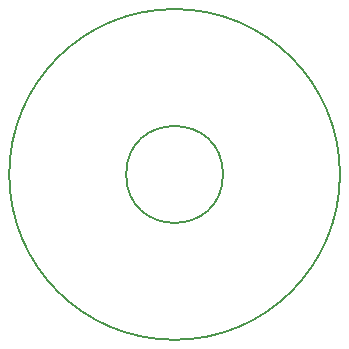
<source format=gbr>
G04 #@! TF.GenerationSoftware,KiCad,Pcbnew,5.0.2-bee76a0~70~ubuntu18.04.1*
G04 #@! TF.CreationDate,2019-06-02T17:18:19-04:00*
G04 #@! TF.ProjectId,AiLight Flasher,41694c69-6768-4742-9046-6c6173686572,rev?*
G04 #@! TF.SameCoordinates,PX5204180PY6cb8080*
G04 #@! TF.FileFunction,Profile,NP*
%FSLAX46Y46*%
G04 Gerber Fmt 4.6, Leading zero omitted, Abs format (unit mm)*
G04 Created by KiCad (PCBNEW 5.0.2-bee76a0~70~ubuntu18.04.1) date Sun 02 Jun 2019 05:18:19 PM EDT*
%MOMM*%
%LPD*%
G01*
G04 APERTURE LIST*
%ADD10C,0.150000*%
G04 APERTURE END LIST*
D10*
X18100000Y14000000D02*
G75*
G03X18100000Y14000000I-4100000J0D01*
G01*
X28000000Y14000000D02*
G75*
G03X28000000Y14000000I-14000000J0D01*
G01*
M02*

</source>
